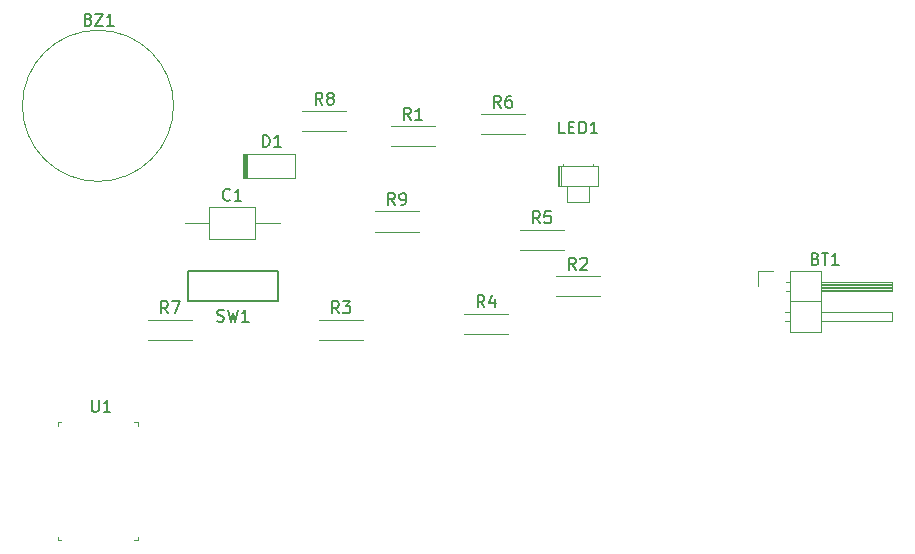
<source format=gto>
G04 #@! TF.FileFunction,Legend,Top*
%FSLAX46Y46*%
G04 Gerber Fmt 4.6, Leading zero omitted, Abs format (unit mm)*
G04 Created by KiCad (PCBNEW 4.0.7) date 07/05/18 21:39:14*
%MOMM*%
%LPD*%
G01*
G04 APERTURE LIST*
%ADD10C,0.100000*%
%ADD11C,0.120000*%
%ADD12C,0.150000*%
G04 APERTURE END LIST*
D10*
D11*
X184320000Y-109160000D02*
X184320000Y-114360000D01*
X184320000Y-114360000D02*
X186980000Y-114360000D01*
X186980000Y-114360000D02*
X186980000Y-109160000D01*
X186980000Y-109160000D02*
X184320000Y-109160000D01*
X186980000Y-110110000D02*
X192980000Y-110110000D01*
X192980000Y-110110000D02*
X192980000Y-110870000D01*
X192980000Y-110870000D02*
X186980000Y-110870000D01*
X186980000Y-110170000D02*
X192980000Y-110170000D01*
X186980000Y-110290000D02*
X192980000Y-110290000D01*
X186980000Y-110410000D02*
X192980000Y-110410000D01*
X186980000Y-110530000D02*
X192980000Y-110530000D01*
X186980000Y-110650000D02*
X192980000Y-110650000D01*
X186980000Y-110770000D02*
X192980000Y-110770000D01*
X183990000Y-110110000D02*
X184320000Y-110110000D01*
X183990000Y-110870000D02*
X184320000Y-110870000D01*
X184320000Y-111760000D02*
X186980000Y-111760000D01*
X186980000Y-112650000D02*
X192980000Y-112650000D01*
X192980000Y-112650000D02*
X192980000Y-113410000D01*
X192980000Y-113410000D02*
X186980000Y-113410000D01*
X183922929Y-112650000D02*
X184320000Y-112650000D01*
X183922929Y-113410000D02*
X184320000Y-113410000D01*
X181610000Y-110490000D02*
X181610000Y-109220000D01*
X181610000Y-109220000D02*
X182880000Y-109220000D01*
D10*
X132130000Y-95210000D02*
G75*
G03X132130000Y-95210000I-6400000J0D01*
G01*
D11*
X135120000Y-103796000D02*
X135120000Y-106516000D01*
X135120000Y-106516000D02*
X139040000Y-106516000D01*
X139040000Y-106516000D02*
X139040000Y-103796000D01*
X139040000Y-103796000D02*
X135120000Y-103796000D01*
X133060000Y-105156000D02*
X135120000Y-105156000D01*
X141100000Y-105156000D02*
X139040000Y-105156000D01*
D10*
X137990000Y-99330000D02*
X142450000Y-99330000D01*
X142450000Y-99330000D02*
X142450000Y-101330000D01*
X142450000Y-101330000D02*
X137990000Y-101330000D01*
X137990000Y-99330000D02*
X137990000Y-101330000D01*
X138090000Y-99330000D02*
X138090000Y-101330000D01*
X138190000Y-99330000D02*
X138190000Y-101330000D01*
X138290000Y-99330000D02*
X138290000Y-101330000D01*
X138390000Y-99330000D02*
X138390000Y-101330000D01*
D11*
X164660000Y-100270000D02*
X164660000Y-101990000D01*
X164660000Y-101990000D02*
X168080000Y-101990000D01*
X168080000Y-101990000D02*
X168080000Y-100270000D01*
X168080000Y-100270000D02*
X164660000Y-100270000D01*
X164780000Y-100270000D02*
X164780000Y-101990000D01*
X164900000Y-100270000D02*
X164900000Y-101990000D01*
X165410000Y-101990000D02*
X165410000Y-103390000D01*
X165410000Y-103390000D02*
X167330000Y-103390000D01*
X167330000Y-103390000D02*
X167330000Y-101990000D01*
X167330000Y-101990000D02*
X165410000Y-101990000D01*
X165100000Y-100140000D02*
X165100000Y-100270000D01*
X165100000Y-100270000D02*
X165100000Y-100270000D01*
X165100000Y-100270000D02*
X165100000Y-100140000D01*
X165100000Y-100140000D02*
X165100000Y-100140000D01*
X167640000Y-100140000D02*
X167640000Y-100270000D01*
X167640000Y-100270000D02*
X167640000Y-100270000D01*
X167640000Y-100270000D02*
X167640000Y-100140000D01*
X167640000Y-100140000D02*
X167640000Y-100140000D01*
X150540000Y-96930000D02*
X154260000Y-96930000D01*
X150540000Y-98650000D02*
X154260000Y-98650000D01*
X164510000Y-109630000D02*
X168230000Y-109630000D01*
X164510000Y-111350000D02*
X168230000Y-111350000D01*
X144444000Y-113313000D02*
X148164000Y-113313000D01*
X144444000Y-115033000D02*
X148164000Y-115033000D01*
X156763000Y-112805000D02*
X160483000Y-112805000D01*
X156763000Y-114525000D02*
X160483000Y-114525000D01*
X161462000Y-105693000D02*
X165182000Y-105693000D01*
X161462000Y-107413000D02*
X165182000Y-107413000D01*
X158160000Y-95914000D02*
X161880000Y-95914000D01*
X158160000Y-97634000D02*
X161880000Y-97634000D01*
X129966000Y-113313000D02*
X133686000Y-113313000D01*
X129966000Y-115033000D02*
X133686000Y-115033000D01*
X143047000Y-95660000D02*
X146767000Y-95660000D01*
X143047000Y-97380000D02*
X146767000Y-97380000D01*
X149181100Y-104143600D02*
X152901100Y-104143600D01*
X149181100Y-105863600D02*
X152901100Y-105863600D01*
D12*
X133350000Y-109220000D02*
X140970000Y-109220000D01*
X140970000Y-109220000D02*
X140970000Y-111760000D01*
X140970000Y-111760000D02*
X133350000Y-111760000D01*
X133350000Y-111760000D02*
X133350000Y-109220000D01*
D10*
X122320000Y-122290000D02*
X122320000Y-121990000D01*
X122320000Y-121990000D02*
X122620000Y-121990000D01*
X129120000Y-122290000D02*
X129120000Y-121990000D01*
X129120000Y-121990000D02*
X128820000Y-121990000D01*
X129120000Y-131690000D02*
X129120000Y-131990000D01*
X129120000Y-131990000D02*
X128820000Y-131990000D01*
X122320000Y-131690000D02*
X122320000Y-131990000D01*
X122320000Y-131990000D02*
X122620000Y-131990000D01*
D12*
X186479286Y-108148571D02*
X186622143Y-108196190D01*
X186669762Y-108243810D01*
X186717381Y-108339048D01*
X186717381Y-108481905D01*
X186669762Y-108577143D01*
X186622143Y-108624762D01*
X186526905Y-108672381D01*
X186145952Y-108672381D01*
X186145952Y-107672381D01*
X186479286Y-107672381D01*
X186574524Y-107720000D01*
X186622143Y-107767619D01*
X186669762Y-107862857D01*
X186669762Y-107958095D01*
X186622143Y-108053333D01*
X186574524Y-108100952D01*
X186479286Y-108148571D01*
X186145952Y-108148571D01*
X187003095Y-107672381D02*
X187574524Y-107672381D01*
X187288809Y-108672381D02*
X187288809Y-107672381D01*
X188431667Y-108672381D02*
X187860238Y-108672381D01*
X188145952Y-108672381D02*
X188145952Y-107672381D01*
X188050714Y-107815238D01*
X187955476Y-107910476D01*
X187860238Y-107958095D01*
X124924048Y-87888571D02*
X125066905Y-87936190D01*
X125114524Y-87983810D01*
X125162143Y-88079048D01*
X125162143Y-88221905D01*
X125114524Y-88317143D01*
X125066905Y-88364762D01*
X124971667Y-88412381D01*
X124590714Y-88412381D01*
X124590714Y-87412381D01*
X124924048Y-87412381D01*
X125019286Y-87460000D01*
X125066905Y-87507619D01*
X125114524Y-87602857D01*
X125114524Y-87698095D01*
X125066905Y-87793333D01*
X125019286Y-87840952D01*
X124924048Y-87888571D01*
X124590714Y-87888571D01*
X125495476Y-87412381D02*
X126162143Y-87412381D01*
X125495476Y-88412381D01*
X126162143Y-88412381D01*
X127066905Y-88412381D02*
X126495476Y-88412381D01*
X126781190Y-88412381D02*
X126781190Y-87412381D01*
X126685952Y-87555238D01*
X126590714Y-87650476D01*
X126495476Y-87698095D01*
X136913334Y-103153143D02*
X136865715Y-103200762D01*
X136722858Y-103248381D01*
X136627620Y-103248381D01*
X136484762Y-103200762D01*
X136389524Y-103105524D01*
X136341905Y-103010286D01*
X136294286Y-102819810D01*
X136294286Y-102676952D01*
X136341905Y-102486476D01*
X136389524Y-102391238D01*
X136484762Y-102296000D01*
X136627620Y-102248381D01*
X136722858Y-102248381D01*
X136865715Y-102296000D01*
X136913334Y-102343619D01*
X137865715Y-103248381D02*
X137294286Y-103248381D01*
X137580000Y-103248381D02*
X137580000Y-102248381D01*
X137484762Y-102391238D01*
X137389524Y-102486476D01*
X137294286Y-102534095D01*
X139701905Y-98682381D02*
X139701905Y-97682381D01*
X139940000Y-97682381D01*
X140082858Y-97730000D01*
X140178096Y-97825238D01*
X140225715Y-97920476D01*
X140273334Y-98110952D01*
X140273334Y-98253810D01*
X140225715Y-98444286D01*
X140178096Y-98539524D01*
X140082858Y-98634762D01*
X139940000Y-98682381D01*
X139701905Y-98682381D01*
X141225715Y-98682381D02*
X140654286Y-98682381D01*
X140940000Y-98682381D02*
X140940000Y-97682381D01*
X140844762Y-97825238D01*
X140749524Y-97920476D01*
X140654286Y-97968095D01*
X165250953Y-97552381D02*
X164774762Y-97552381D01*
X164774762Y-96552381D01*
X165584286Y-97028571D02*
X165917620Y-97028571D01*
X166060477Y-97552381D02*
X165584286Y-97552381D01*
X165584286Y-96552381D01*
X166060477Y-96552381D01*
X166489048Y-97552381D02*
X166489048Y-96552381D01*
X166727143Y-96552381D01*
X166870001Y-96600000D01*
X166965239Y-96695238D01*
X167012858Y-96790476D01*
X167060477Y-96980952D01*
X167060477Y-97123810D01*
X167012858Y-97314286D01*
X166965239Y-97409524D01*
X166870001Y-97504762D01*
X166727143Y-97552381D01*
X166489048Y-97552381D01*
X168012858Y-97552381D02*
X167441429Y-97552381D01*
X167727143Y-97552381D02*
X167727143Y-96552381D01*
X167631905Y-96695238D01*
X167536667Y-96790476D01*
X167441429Y-96838095D01*
X152233334Y-96382381D02*
X151900000Y-95906190D01*
X151661905Y-96382381D02*
X151661905Y-95382381D01*
X152042858Y-95382381D01*
X152138096Y-95430000D01*
X152185715Y-95477619D01*
X152233334Y-95572857D01*
X152233334Y-95715714D01*
X152185715Y-95810952D01*
X152138096Y-95858571D01*
X152042858Y-95906190D01*
X151661905Y-95906190D01*
X153185715Y-96382381D02*
X152614286Y-96382381D01*
X152900000Y-96382381D02*
X152900000Y-95382381D01*
X152804762Y-95525238D01*
X152709524Y-95620476D01*
X152614286Y-95668095D01*
X166203334Y-109082381D02*
X165870000Y-108606190D01*
X165631905Y-109082381D02*
X165631905Y-108082381D01*
X166012858Y-108082381D01*
X166108096Y-108130000D01*
X166155715Y-108177619D01*
X166203334Y-108272857D01*
X166203334Y-108415714D01*
X166155715Y-108510952D01*
X166108096Y-108558571D01*
X166012858Y-108606190D01*
X165631905Y-108606190D01*
X166584286Y-108177619D02*
X166631905Y-108130000D01*
X166727143Y-108082381D01*
X166965239Y-108082381D01*
X167060477Y-108130000D01*
X167108096Y-108177619D01*
X167155715Y-108272857D01*
X167155715Y-108368095D01*
X167108096Y-108510952D01*
X166536667Y-109082381D01*
X167155715Y-109082381D01*
X146137334Y-112765381D02*
X145804000Y-112289190D01*
X145565905Y-112765381D02*
X145565905Y-111765381D01*
X145946858Y-111765381D01*
X146042096Y-111813000D01*
X146089715Y-111860619D01*
X146137334Y-111955857D01*
X146137334Y-112098714D01*
X146089715Y-112193952D01*
X146042096Y-112241571D01*
X145946858Y-112289190D01*
X145565905Y-112289190D01*
X146470667Y-111765381D02*
X147089715Y-111765381D01*
X146756381Y-112146333D01*
X146899239Y-112146333D01*
X146994477Y-112193952D01*
X147042096Y-112241571D01*
X147089715Y-112336810D01*
X147089715Y-112574905D01*
X147042096Y-112670143D01*
X146994477Y-112717762D01*
X146899239Y-112765381D01*
X146613524Y-112765381D01*
X146518286Y-112717762D01*
X146470667Y-112670143D01*
X158456334Y-112257381D02*
X158123000Y-111781190D01*
X157884905Y-112257381D02*
X157884905Y-111257381D01*
X158265858Y-111257381D01*
X158361096Y-111305000D01*
X158408715Y-111352619D01*
X158456334Y-111447857D01*
X158456334Y-111590714D01*
X158408715Y-111685952D01*
X158361096Y-111733571D01*
X158265858Y-111781190D01*
X157884905Y-111781190D01*
X159313477Y-111590714D02*
X159313477Y-112257381D01*
X159075381Y-111209762D02*
X158837286Y-111924048D01*
X159456334Y-111924048D01*
X163155334Y-105145381D02*
X162822000Y-104669190D01*
X162583905Y-105145381D02*
X162583905Y-104145381D01*
X162964858Y-104145381D01*
X163060096Y-104193000D01*
X163107715Y-104240619D01*
X163155334Y-104335857D01*
X163155334Y-104478714D01*
X163107715Y-104573952D01*
X163060096Y-104621571D01*
X162964858Y-104669190D01*
X162583905Y-104669190D01*
X164060096Y-104145381D02*
X163583905Y-104145381D01*
X163536286Y-104621571D01*
X163583905Y-104573952D01*
X163679143Y-104526333D01*
X163917239Y-104526333D01*
X164012477Y-104573952D01*
X164060096Y-104621571D01*
X164107715Y-104716810D01*
X164107715Y-104954905D01*
X164060096Y-105050143D01*
X164012477Y-105097762D01*
X163917239Y-105145381D01*
X163679143Y-105145381D01*
X163583905Y-105097762D01*
X163536286Y-105050143D01*
X159853334Y-95366381D02*
X159520000Y-94890190D01*
X159281905Y-95366381D02*
X159281905Y-94366381D01*
X159662858Y-94366381D01*
X159758096Y-94414000D01*
X159805715Y-94461619D01*
X159853334Y-94556857D01*
X159853334Y-94699714D01*
X159805715Y-94794952D01*
X159758096Y-94842571D01*
X159662858Y-94890190D01*
X159281905Y-94890190D01*
X160710477Y-94366381D02*
X160520000Y-94366381D01*
X160424762Y-94414000D01*
X160377143Y-94461619D01*
X160281905Y-94604476D01*
X160234286Y-94794952D01*
X160234286Y-95175905D01*
X160281905Y-95271143D01*
X160329524Y-95318762D01*
X160424762Y-95366381D01*
X160615239Y-95366381D01*
X160710477Y-95318762D01*
X160758096Y-95271143D01*
X160805715Y-95175905D01*
X160805715Y-94937810D01*
X160758096Y-94842571D01*
X160710477Y-94794952D01*
X160615239Y-94747333D01*
X160424762Y-94747333D01*
X160329524Y-94794952D01*
X160281905Y-94842571D01*
X160234286Y-94937810D01*
X131659334Y-112765381D02*
X131326000Y-112289190D01*
X131087905Y-112765381D02*
X131087905Y-111765381D01*
X131468858Y-111765381D01*
X131564096Y-111813000D01*
X131611715Y-111860619D01*
X131659334Y-111955857D01*
X131659334Y-112098714D01*
X131611715Y-112193952D01*
X131564096Y-112241571D01*
X131468858Y-112289190D01*
X131087905Y-112289190D01*
X131992667Y-111765381D02*
X132659334Y-111765381D01*
X132230762Y-112765381D01*
X144740334Y-95112381D02*
X144407000Y-94636190D01*
X144168905Y-95112381D02*
X144168905Y-94112381D01*
X144549858Y-94112381D01*
X144645096Y-94160000D01*
X144692715Y-94207619D01*
X144740334Y-94302857D01*
X144740334Y-94445714D01*
X144692715Y-94540952D01*
X144645096Y-94588571D01*
X144549858Y-94636190D01*
X144168905Y-94636190D01*
X145311762Y-94540952D02*
X145216524Y-94493333D01*
X145168905Y-94445714D01*
X145121286Y-94350476D01*
X145121286Y-94302857D01*
X145168905Y-94207619D01*
X145216524Y-94160000D01*
X145311762Y-94112381D01*
X145502239Y-94112381D01*
X145597477Y-94160000D01*
X145645096Y-94207619D01*
X145692715Y-94302857D01*
X145692715Y-94350476D01*
X145645096Y-94445714D01*
X145597477Y-94493333D01*
X145502239Y-94540952D01*
X145311762Y-94540952D01*
X145216524Y-94588571D01*
X145168905Y-94636190D01*
X145121286Y-94731429D01*
X145121286Y-94921905D01*
X145168905Y-95017143D01*
X145216524Y-95064762D01*
X145311762Y-95112381D01*
X145502239Y-95112381D01*
X145597477Y-95064762D01*
X145645096Y-95017143D01*
X145692715Y-94921905D01*
X145692715Y-94731429D01*
X145645096Y-94636190D01*
X145597477Y-94588571D01*
X145502239Y-94540952D01*
X150874434Y-103595981D02*
X150541100Y-103119790D01*
X150303005Y-103595981D02*
X150303005Y-102595981D01*
X150683958Y-102595981D01*
X150779196Y-102643600D01*
X150826815Y-102691219D01*
X150874434Y-102786457D01*
X150874434Y-102929314D01*
X150826815Y-103024552D01*
X150779196Y-103072171D01*
X150683958Y-103119790D01*
X150303005Y-103119790D01*
X151350624Y-103595981D02*
X151541100Y-103595981D01*
X151636339Y-103548362D01*
X151683958Y-103500743D01*
X151779196Y-103357886D01*
X151826815Y-103167410D01*
X151826815Y-102786457D01*
X151779196Y-102691219D01*
X151731577Y-102643600D01*
X151636339Y-102595981D01*
X151445862Y-102595981D01*
X151350624Y-102643600D01*
X151303005Y-102691219D01*
X151255386Y-102786457D01*
X151255386Y-103024552D01*
X151303005Y-103119790D01*
X151350624Y-103167410D01*
X151445862Y-103215029D01*
X151636339Y-103215029D01*
X151731577Y-103167410D01*
X151779196Y-103119790D01*
X151826815Y-103024552D01*
X135826667Y-113434762D02*
X135969524Y-113482381D01*
X136207620Y-113482381D01*
X136302858Y-113434762D01*
X136350477Y-113387143D01*
X136398096Y-113291905D01*
X136398096Y-113196667D01*
X136350477Y-113101429D01*
X136302858Y-113053810D01*
X136207620Y-113006190D01*
X136017143Y-112958571D01*
X135921905Y-112910952D01*
X135874286Y-112863333D01*
X135826667Y-112768095D01*
X135826667Y-112672857D01*
X135874286Y-112577619D01*
X135921905Y-112530000D01*
X136017143Y-112482381D01*
X136255239Y-112482381D01*
X136398096Y-112530000D01*
X136731429Y-112482381D02*
X136969524Y-113482381D01*
X137160001Y-112768095D01*
X137350477Y-113482381D01*
X137588572Y-112482381D01*
X138493334Y-113482381D02*
X137921905Y-113482381D01*
X138207619Y-113482381D02*
X138207619Y-112482381D01*
X138112381Y-112625238D01*
X138017143Y-112720476D01*
X137921905Y-112768095D01*
X125208095Y-120122381D02*
X125208095Y-120931905D01*
X125255714Y-121027143D01*
X125303333Y-121074762D01*
X125398571Y-121122381D01*
X125589048Y-121122381D01*
X125684286Y-121074762D01*
X125731905Y-121027143D01*
X125779524Y-120931905D01*
X125779524Y-120122381D01*
X126779524Y-121122381D02*
X126208095Y-121122381D01*
X126493809Y-121122381D02*
X126493809Y-120122381D01*
X126398571Y-120265238D01*
X126303333Y-120360476D01*
X126208095Y-120408095D01*
M02*

</source>
